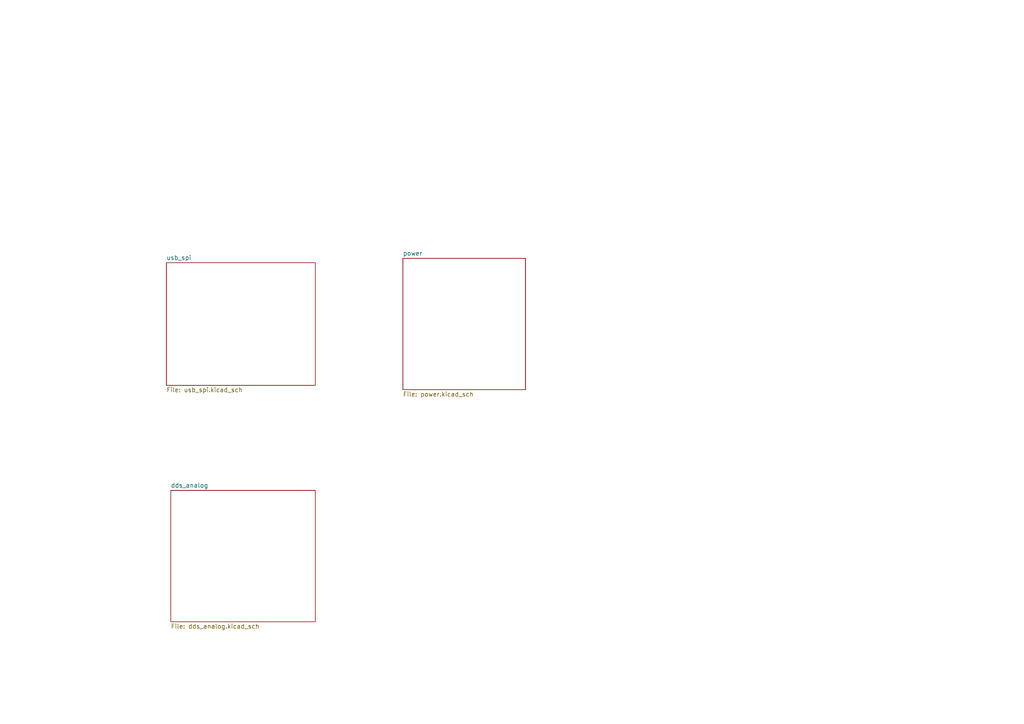
<source format=kicad_sch>
(kicad_sch (version 20230121) (generator eeschema)
  (paper "A4")
  (lib_symbols)
  (sheet (at 116.84 74.93) (size 35.56 38.1)
    (property "Sheetname" "power" (at 116.84 74.2184 0) (effects (justify left bottom)))
    (property "Sheetfile" "power.kicad_sch" (at 116.84 113.6146 0) (effects (justify left top)))
  )
  (sheet (at 49.53 142.24) (size 41.91 38.1)
    (property "Sheetname" "dds_analog" (at 49.53 141.5284 0) (effects (justify left bottom)))
    (property "Sheetfile" "dds_analog.kicad_sch" (at 49.53 180.9246 0) (effects (justify left top)))
  )
  (sheet (at 48.26 76.2) (size 43.18 35.56)
    (property "Sheetname" "usb_spi" (at 48.26 75.4884 0) (effects (justify left bottom)))
    (property "Sheetfile" "usb_spi.kicad_sch" (at 48.26 112.3446 0) (effects (justify left top)))
  )
)
</source>
